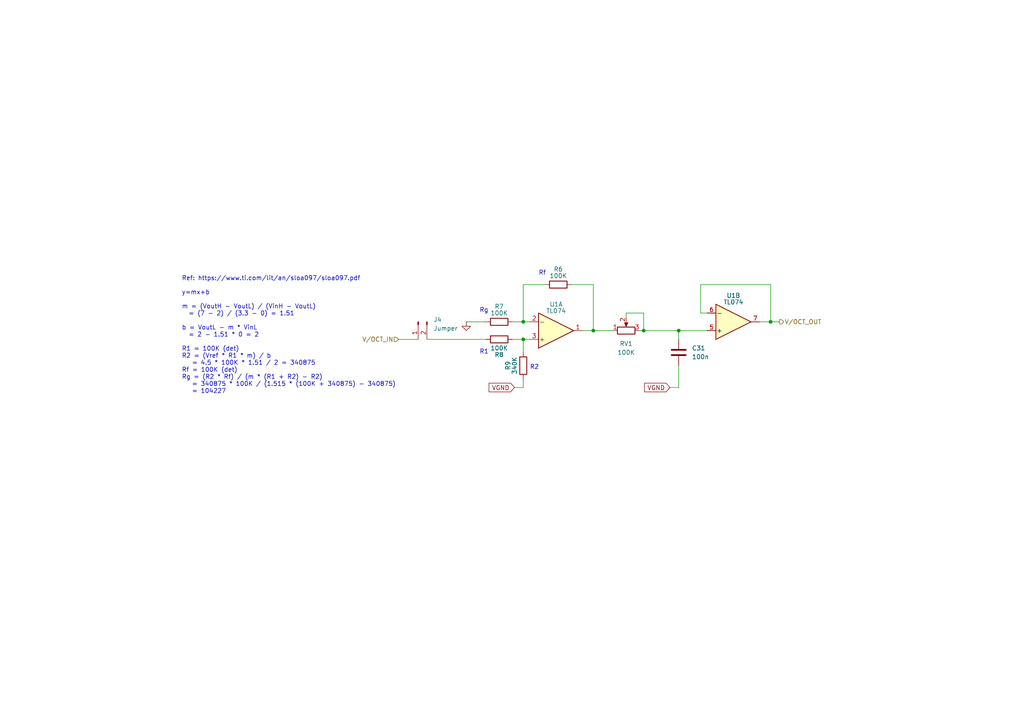
<source format=kicad_sch>
(kicad_sch (version 20211123) (generator eeschema)
  (paper "A4")
  (title_block (date "2022-07-18") (rev "${Version}") (company "SloBlo Labs"))
  (lib_symbols
    (symbol "Amplifier_Operational:TL074" (pin_names (offset 0.127))
      (property "Reference" "U" (at 0 5.08 0))
      (property "Value" "TL074" (at 0 -5.08 0))
      (symbol "TL074_1_1"
        (polyline (pts (xy -5.08 5.08) (xy 5.08 0) (xy -5.08 -5.08) (xy -5.08 5.08)) (stroke (width 0.254)) (fill (type background)))
        (pin output line (at 7.62 0 180) (length 2.54) (name "~") (number "1"))
        (pin input line (at -7.62 -2.54 0) (length 2.54) (name "-") (number "2"))
        (pin input line (at -7.62 2.54 0) (length 2.54) (name "+") (number "3"))
      )
      (symbol "TL074_2_1"
        (polyline (pts (xy -5.08 5.08) (xy 5.08 0) (xy -5.08 -5.08) (xy -5.08 5.08)) (stroke (width 0.254)) (fill (type background)))
        (pin input line (at -7.62 2.54 0) (length 2.54) (name "+") (number "5"))
        (pin input line (at -7.62 -2.54 0) (length 2.54) (name "-") (number "6"))
        (pin output line (at 7.62 0 180) (length 2.54) (name "~") (number "7"))
      )
      (symbol "TL074_3_1"
        (polyline (pts (xy -5.08 5.08) (xy 5.08 0) (xy -5.08 -5.08) (xy -5.08 5.08)) (stroke (width 0.254)) (fill (type background)))
        (pin input line (at -7.62 2.54 0) (length 2.54) (name "+") (number "10"))
        (pin output line (at 7.62 0 180) (length 2.54) (name "~") (number "8"))
        (pin input line (at -7.62 -2.54 0) (length 2.54) (name "-") (number "9"))
      )
      (symbol "TL074_4_1"
        (polyline (pts (xy -5.08 5.08) (xy 5.08 0) (xy -5.08 -5.08) (xy -5.08 5.08)) (stroke (width 0.254)) (fill (type background)))
        (pin input line (at -7.62 2.54 0) (length 2.54) (name "+") (number "12"))
        (pin input line (at -7.62 -2.54 0) (length 2.54) (name "-") (number "13"))
        (pin output line (at 7.62 0 180) (length 2.54) (name "~") (number "14"))
      )
      (symbol "TL074_5_1"
        (pin power_in line (at -2.54 -7.62 90) (length 3.81) (name "V-") (number "11"))
        (pin power_in line (at -2.54 7.62 270) (length 3.81) (name "V+") (number "4"))
      )
    )
    (symbol "Connector:Conn_01x02_Male" (pin_names (offset 1.016) hide)
      (property "Reference" "J" (at 0 2.54 0))
      (property "Value" "Conn_01x02_Male" (at 0 -5.08 0))
      (symbol "Conn_01x02_Male_1_1"
        (polyline (pts (xy 1.27 -2.54) (xy 0.8636 -2.54)) (stroke (width 0.1524)))
        (polyline (pts (xy 1.27 0) (xy 0.8636 0)) (stroke (width 0.1524)))
        (rectangle (start 0.8636 -2.413) (end 0 -2.667) (stroke (width 0.1524)) (fill (type outline)))
        (rectangle (start 0.8636 0.127) (end 0 -0.127) (stroke (width 0.1524)) (fill (type outline)))
        (pin passive line (at 5.08 0 180) (length 3.81) (name "Pin_1") (number "1"))
        (pin passive line (at 5.08 -2.54 180) (length 3.81) (name "Pin_2") (number "2"))
      )
    )
    (symbol "Device:C" (pin_numbers hide) (pin_names (offset 0.254))
      (property "Reference" "C" (at 0.635 2.54 0))
      (property "Value" "C" (at 0.635 -2.54 0))
      (symbol "C_0_1"
        (polyline (pts (xy -2.032 -0.762) (xy 2.032 -0.762)) (stroke (width 0.508)))
        (polyline (pts (xy -2.032 0.762) (xy 2.032 0.762)) (stroke (width 0.508)))
      )
      (symbol "C_1_1"
        (pin passive line (at 0 3.81 270) (length 2.794) (name "~") (number "1"))
        (pin passive line (at 0 -3.81 90) (length 2.794) (name "~") (number "2"))
      )
    )
    (symbol "Device:R" (pin_numbers hide) (pin_names (offset 0))
      (property "Reference" "R" (at 2.032 0 90))
      (property "Value" "R" (at 0 0 90))
      (symbol "R_0_1"
        (rectangle (start -1.016 -2.54) (end 1.016 2.54) (stroke (width 0.254)))
      )
      (symbol "R_1_1"
        (pin passive line (at 0 3.81 270) (length 1.27) (name "~") (number "1"))
        (pin passive line (at 0 -3.81 90) (length 1.27) (name "~") (number "2"))
      )
    )
    (symbol "Device:R_Potentiometer" (pin_names (offset 1.016) hide)
      (property "Reference" "RV" (at -4.445 0 90))
      (property "Value" "R_Potentiometer" (at -2.54 0 90))
      (symbol "R_Potentiometer_0_1"
        (polyline (pts (xy 2.54 0) (xy 1.524 0)))
        (polyline (pts (xy 1.143 0) (xy 2.286 0.508) (xy 2.286 -0.508) (xy 1.143 0)) (fill (type outline)))
        (rectangle (start 1.016 2.54) (end -1.016 -2.54) (stroke (width 0.254)))
      )
      (symbol "R_Potentiometer_1_1"
        (pin passive line (at 0 3.81 270) (length 1.27) (name "1") (number "1"))
        (pin passive line (at 3.81 0 180) (length 1.27) (name "2") (number "2"))
        (pin passive line (at 0 -3.81 90) (length 1.27) (name "3") (number "3"))
      )
    )
    (symbol "power:GND" (power) (pin_names (offset 0))
      (property "Value" "GND" (at 0 -3.81 0))
      (symbol "GND_0_1"
        (polyline (pts (xy 0 0) (xy 0 -1.27) (xy 1.27 -1.27) (xy 0 -2.54) (xy -1.27 -1.27) (xy 0 -1.27)))
      )
      (symbol "GND_1_1"
        (pin power_in line (at 0 0 270) (length 0) hide (name "GND") (number "1"))
      )
    )
  )
  (junction (at 223.52 93.345))
  (junction (at 196.85 95.885))
  (junction (at 151.765 93.345))
  (junction (at 186.69 95.885))
  (junction (at 172.085 95.885))
  (junction (at 151.765 98.425))
  (wire (pts (xy 185.42 95.885) (xy 186.69 95.885)))
  (wire (pts (xy 165.735 82.55) (xy 172.085 82.55)))
  (wire (pts (xy 223.52 93.345) (xy 220.345 93.345)))
  (wire (pts (xy 151.765 98.425) (xy 151.765 102.235)))
  (wire (pts (xy 151.765 98.425) (xy 153.67 98.425)))
  (wire (pts (xy 203.2 82.55) (xy 223.52 82.55)))
  (wire (pts (xy 172.085 82.55) (xy 172.085 95.885)))
  (wire (pts (xy 123.825 98.425) (xy 140.97 98.425)))
  (wire (pts (xy 172.085 95.885) (xy 177.8 95.885)))
  (wire (pts (xy 196.85 95.885) (xy 205.105 95.885)))
  (wire (pts (xy 115.57 98.425) (xy 121.285 98.425)))
  (wire (pts (xy 196.85 95.885) (xy 196.85 98.425)))
  (wire (pts (xy 149.225 112.395) (xy 151.765 112.395)))
  (wire (pts (xy 172.085 95.885) (xy 168.91 95.885)))
  (wire (pts (xy 135.255 93.345) (xy 140.97 93.345)))
  (wire (pts (xy 181.61 90.805) (xy 186.69 90.805)))
  (wire (pts (xy 205.105 90.805) (xy 203.2 90.805)))
  (wire (pts (xy 196.85 106.045) (xy 196.85 112.395)))
  (wire (pts (xy 223.52 82.55) (xy 223.52 93.345)))
  (wire (pts (xy 186.69 95.885) (xy 196.85 95.885)))
  (wire (pts (xy 148.59 98.425) (xy 151.765 98.425)))
  (wire (pts (xy 203.2 90.805) (xy 203.2 82.55)))
  (wire (pts (xy 148.59 93.345) (xy 151.765 93.345)))
  (wire (pts (xy 151.765 82.55) (xy 151.765 93.345)))
  (wire (pts (xy 186.69 90.805) (xy 186.69 95.885)))
  (wire (pts (xy 223.52 93.345) (xy 226.06 93.345)))
  (wire (pts (xy 181.61 92.075) (xy 181.61 90.805)))
  (wire (pts (xy 158.115 82.55) (xy 151.765 82.55)))
  (wire (pts (xy 151.765 93.345) (xy 153.67 93.345)))
  (wire (pts (xy 151.765 112.395) (xy 151.765 109.855)))
  (wire (pts (xy 196.85 112.395) (xy 194.31 112.395)))
  (text "R2" (at 153.67 107.315 0) (effects (font (size 1.27 1.27)) (justify left bottom)))
  (text "Ref: https://www.ti.com/lit/an/sloa097/sloa097.pdf\n\ny=mx+b\n\nm = (VoutH - VoutL) / (VinH - VoutL)\n  = (7 - 2) / (3.3 - 0) = 1.51\n\nb = VoutL - m * VinL\n  = 2 - 1.51 * 0 = 2\n\nR1 = 100K (det)\nR2 = (Vref * R1 * m) / b\n   = 4.5 * 100K * 1.51 / 2 = 340875\nRf = 100K (det)\nRg = (R2 * Rf) / (m * (R1 + R2) - R2)\n   = 340875 * 100K / (1.515 * (100K + 340875) - 340875)\n   = 104227" (at 52.705 114.3 0) (effects (font (size 1.27 1.27)) (justify left bottom)))
  (text "Rf" (at 156.21 80.01 0) (effects (font (size 1.27 1.27)) (justify left bottom)))
  (text "R1" (at 139.065 102.87 0) (effects (font (size 1.27 1.27)) (justify left bottom)))
  (text "Rg" (at 139.065 90.805 0) (effects (font (size 1.27 1.27)) (justify left bottom)))
  (global_label "VGND" (shape input) (at 194.31 112.395 180) (property "Intersheet References" "${INTERSHEET_REFS}" (effects hide)))
  (global_label "VGND" (shape input) (at 149.225 112.395 180) (property "Intersheet References" "${INTERSHEET_REFS}" (effects hide)))
  (hierarchical_label "V{slash}OCT_IN" (shape input) (at 115.57 98.425 180))
  (hierarchical_label "V{slash}OCT_OUT" (shape output) (at 226.06 93.345 0))
  (symbol (lib_id "Device:C") (at 196.85 102.235 0) (unit 1)
    (property "Reference" "C31" (at 200.66 100.9649 0) (effects (justify left)))
    (property "Value" "100n" (at 200.66 103.5049 0) (effects (justify left)))
    (property "Footprint" "Capacitor_THT:C_Disc_D3.0mm_W1.6mm_P2.50mm" (effects hide))
  )
  (symbol (lib_id "Device:R") (at 144.78 98.425 90) (unit 1)
    (property "Reference" "R8" (at 144.78 102.87 90))
    (property "Value" "100K" (at 144.78 100.965 90))
    (property "Footprint" "Resistor_THT:R_Axial_DIN0207_L6.3mm_D2.5mm_P7.62mm_Horizontal" (effects hide))
  )
  (symbol (lib_id "Amplifier_Operational:TL074") (at 161.29 95.885 0) (mirror x) (unit 1)
    (property "Reference" "U1" (at 161.29 88.265 0))
    (property "Value" "TL074" (at 161.29 90.17 0))
    (property "Datasheet" "http://www.ti.com/lit/ds/symlink/tl071.pdf" (effects hide))
  )
  (symbol (lib_id "Device:R_Potentiometer") (at 181.61 95.885 90) (unit 1)
    (property "Reference" "RV1" (at 181.61 99.695 90))
    (property "Value" "100K" (at 181.61 102.235 90))
  )
  (symbol (lib_id "power:GND") (at 135.255 93.345 0) (unit 1)
    (property "Reference" "#PWR031" (effects hide))
    (property "Value" "GND" (effects hide))
  )
  (symbol (lib_id "Device:R") (at 161.925 82.55 90) (unit 1)
    (property "Reference" "R6" (at 161.925 78.105 90))
    (property "Value" "100K" (at 161.925 80.01 90))
    (property "Footprint" "Resistor_THT:R_Axial_DIN0207_L6.3mm_D2.5mm_P7.62mm_Horizontal" (effects hide))
  )
  (symbol (lib_id "Connector:Conn_01x02_Male") (at 121.285 93.345 90) (mirror x) (unit 1)
    (property "Reference" "J4" (at 125.73 92.7099 90) (effects (justify right)))
    (property "Value" "Jumper" (at 125.73 95.2499 90) (effects (justify right)))
    (property "Footprint" "Connector_PinHeader_2.54mm:PinHeader_1x02_P2.54mm_Vertical" (effects hide))
  )
  (symbol (lib_id "Amplifier_Operational:TL074") (at 212.725 93.345 0) (mirror x) (unit 2)
    (property "Reference" "U1" (at 212.725 85.725 0))
    (property "Value" "TL074" (at 212.725 87.63 0))
    (property "Datasheet" "http://www.ti.com/lit/ds/symlink/tl071.pdf" (effects hide))
  )
  (symbol (lib_id "Device:R") (at 144.78 93.345 90) (unit 1)
    (property "Reference" "R7" (at 144.78 88.9 90))
    (property "Value" "100K" (at 144.78 90.805 90))
    (property "Footprint" "Resistor_THT:R_Axial_DIN0207_L6.3mm_D2.5mm_P7.62mm_Horizontal" (effects hide))
  )
  (symbol (lib_id "Device:R") (at 151.765 106.045 180) (unit 1)
    (property "Reference" "R9" (at 147.32 106.045 90))
    (property "Value" "340K" (at 149.225 106.045 90))
    (property "Footprint" "Resistor_THT:R_Axial_DIN0207_L6.3mm_D2.5mm_P7.62mm_Horizontal" (effects hide))
  )
)
</source>
